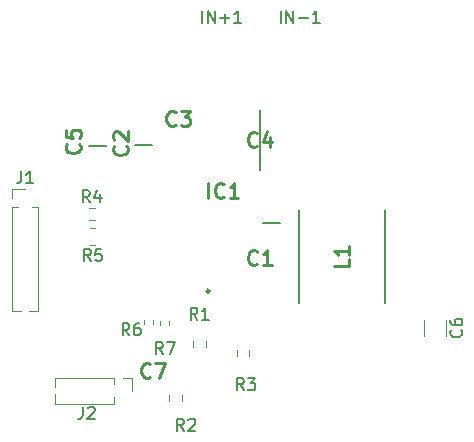
<source format=gbr>
%TF.GenerationSoftware,KiCad,Pcbnew,7.0.9-7.0.9~ubuntu22.04.1*%
%TF.CreationDate,2024-01-17T18:17:55+01:00*%
%TF.ProjectId,driver_seperate,64726976-6572-45f7-9365-706572617465,rev?*%
%TF.SameCoordinates,Original*%
%TF.FileFunction,Legend,Top*%
%TF.FilePolarity,Positive*%
%FSLAX46Y46*%
G04 Gerber Fmt 4.6, Leading zero omitted, Abs format (unit mm)*
G04 Created by KiCad (PCBNEW 7.0.9-7.0.9~ubuntu22.04.1) date 2024-01-17 18:17:55*
%MOMM*%
%LPD*%
G01*
G04 APERTURE LIST*
%ADD10C,0.150000*%
%ADD11C,0.254000*%
%ADD12C,0.120000*%
%ADD13C,0.200000*%
%ADD14C,0.250000*%
G04 APERTURE END LIST*
D10*
X175691580Y-106491066D02*
X175739200Y-106538685D01*
X175739200Y-106538685D02*
X175786819Y-106681542D01*
X175786819Y-106681542D02*
X175786819Y-106776780D01*
X175786819Y-106776780D02*
X175739200Y-106919637D01*
X175739200Y-106919637D02*
X175643961Y-107014875D01*
X175643961Y-107014875D02*
X175548723Y-107062494D01*
X175548723Y-107062494D02*
X175358247Y-107110113D01*
X175358247Y-107110113D02*
X175215390Y-107110113D01*
X175215390Y-107110113D02*
X175024914Y-107062494D01*
X175024914Y-107062494D02*
X174929676Y-107014875D01*
X174929676Y-107014875D02*
X174834438Y-106919637D01*
X174834438Y-106919637D02*
X174786819Y-106776780D01*
X174786819Y-106776780D02*
X174786819Y-106681542D01*
X174786819Y-106681542D02*
X174834438Y-106538685D01*
X174834438Y-106538685D02*
X174882057Y-106491066D01*
X174786819Y-105633923D02*
X174786819Y-105824399D01*
X174786819Y-105824399D02*
X174834438Y-105919637D01*
X174834438Y-105919637D02*
X174882057Y-105967256D01*
X174882057Y-105967256D02*
X175024914Y-106062494D01*
X175024914Y-106062494D02*
X175215390Y-106110113D01*
X175215390Y-106110113D02*
X175596342Y-106110113D01*
X175596342Y-106110113D02*
X175691580Y-106062494D01*
X175691580Y-106062494D02*
X175739200Y-106014875D01*
X175739200Y-106014875D02*
X175786819Y-105919637D01*
X175786819Y-105919637D02*
X175786819Y-105729161D01*
X175786819Y-105729161D02*
X175739200Y-105633923D01*
X175739200Y-105633923D02*
X175691580Y-105586304D01*
X175691580Y-105586304D02*
X175596342Y-105538685D01*
X175596342Y-105538685D02*
X175358247Y-105538685D01*
X175358247Y-105538685D02*
X175263009Y-105586304D01*
X175263009Y-105586304D02*
X175215390Y-105633923D01*
X175215390Y-105633923D02*
X175167771Y-105729161D01*
X175167771Y-105729161D02*
X175167771Y-105919637D01*
X175167771Y-105919637D02*
X175215390Y-106014875D01*
X175215390Y-106014875D02*
X175263009Y-106062494D01*
X175263009Y-106062494D02*
X175358247Y-106110113D01*
D11*
X158437333Y-90877365D02*
X158376857Y-90937842D01*
X158376857Y-90937842D02*
X158195428Y-90998318D01*
X158195428Y-90998318D02*
X158074476Y-90998318D01*
X158074476Y-90998318D02*
X157893047Y-90937842D01*
X157893047Y-90937842D02*
X157772095Y-90816889D01*
X157772095Y-90816889D02*
X157711618Y-90695937D01*
X157711618Y-90695937D02*
X157651142Y-90454032D01*
X157651142Y-90454032D02*
X157651142Y-90272603D01*
X157651142Y-90272603D02*
X157711618Y-90030699D01*
X157711618Y-90030699D02*
X157772095Y-89909746D01*
X157772095Y-89909746D02*
X157893047Y-89788794D01*
X157893047Y-89788794D02*
X158074476Y-89728318D01*
X158074476Y-89728318D02*
X158195428Y-89728318D01*
X158195428Y-89728318D02*
X158376857Y-89788794D01*
X158376857Y-89788794D02*
X158437333Y-89849270D01*
X159525904Y-90151651D02*
X159525904Y-90998318D01*
X159223523Y-89667842D02*
X158921142Y-90574984D01*
X158921142Y-90574984D02*
X159707333Y-90574984D01*
X147366965Y-90889666D02*
X147427442Y-90950142D01*
X147427442Y-90950142D02*
X147487918Y-91131571D01*
X147487918Y-91131571D02*
X147487918Y-91252523D01*
X147487918Y-91252523D02*
X147427442Y-91433952D01*
X147427442Y-91433952D02*
X147306489Y-91554904D01*
X147306489Y-91554904D02*
X147185537Y-91615381D01*
X147185537Y-91615381D02*
X146943632Y-91675857D01*
X146943632Y-91675857D02*
X146762203Y-91675857D01*
X146762203Y-91675857D02*
X146520299Y-91615381D01*
X146520299Y-91615381D02*
X146399346Y-91554904D01*
X146399346Y-91554904D02*
X146278394Y-91433952D01*
X146278394Y-91433952D02*
X146217918Y-91252523D01*
X146217918Y-91252523D02*
X146217918Y-91131571D01*
X146217918Y-91131571D02*
X146278394Y-90950142D01*
X146278394Y-90950142D02*
X146338870Y-90889666D01*
X146338870Y-90405857D02*
X146278394Y-90345381D01*
X146278394Y-90345381D02*
X146217918Y-90224428D01*
X146217918Y-90224428D02*
X146217918Y-89922047D01*
X146217918Y-89922047D02*
X146278394Y-89801095D01*
X146278394Y-89801095D02*
X146338870Y-89740619D01*
X146338870Y-89740619D02*
X146459822Y-89680142D01*
X146459822Y-89680142D02*
X146580775Y-89680142D01*
X146580775Y-89680142D02*
X146762203Y-89740619D01*
X146762203Y-89740619D02*
X147487918Y-90466333D01*
X147487918Y-90466333D02*
X147487918Y-89680142D01*
D10*
X152233333Y-115008819D02*
X151900000Y-114532628D01*
X151661905Y-115008819D02*
X151661905Y-114008819D01*
X151661905Y-114008819D02*
X152042857Y-114008819D01*
X152042857Y-114008819D02*
X152138095Y-114056438D01*
X152138095Y-114056438D02*
X152185714Y-114104057D01*
X152185714Y-114104057D02*
X152233333Y-114199295D01*
X152233333Y-114199295D02*
X152233333Y-114342152D01*
X152233333Y-114342152D02*
X152185714Y-114437390D01*
X152185714Y-114437390D02*
X152138095Y-114485009D01*
X152138095Y-114485009D02*
X152042857Y-114532628D01*
X152042857Y-114532628D02*
X151661905Y-114532628D01*
X152614286Y-114104057D02*
X152661905Y-114056438D01*
X152661905Y-114056438D02*
X152757143Y-114008819D01*
X152757143Y-114008819D02*
X152995238Y-114008819D01*
X152995238Y-114008819D02*
X153090476Y-114056438D01*
X153090476Y-114056438D02*
X153138095Y-114104057D01*
X153138095Y-114104057D02*
X153185714Y-114199295D01*
X153185714Y-114199295D02*
X153185714Y-114294533D01*
X153185714Y-114294533D02*
X153138095Y-114437390D01*
X153138095Y-114437390D02*
X152566667Y-115008819D01*
X152566667Y-115008819D02*
X153185714Y-115008819D01*
X144255833Y-95671819D02*
X143922500Y-95195628D01*
X143684405Y-95671819D02*
X143684405Y-94671819D01*
X143684405Y-94671819D02*
X144065357Y-94671819D01*
X144065357Y-94671819D02*
X144160595Y-94719438D01*
X144160595Y-94719438D02*
X144208214Y-94767057D01*
X144208214Y-94767057D02*
X144255833Y-94862295D01*
X144255833Y-94862295D02*
X144255833Y-95005152D01*
X144255833Y-95005152D02*
X144208214Y-95100390D01*
X144208214Y-95100390D02*
X144160595Y-95148009D01*
X144160595Y-95148009D02*
X144065357Y-95195628D01*
X144065357Y-95195628D02*
X143684405Y-95195628D01*
X145112976Y-95005152D02*
X145112976Y-95671819D01*
X144874881Y-94624200D02*
X144636786Y-95338485D01*
X144636786Y-95338485D02*
X145255833Y-95338485D01*
D11*
X166182318Y-100490866D02*
X166182318Y-101095628D01*
X166182318Y-101095628D02*
X164912318Y-101095628D01*
X166182318Y-99402294D02*
X166182318Y-100128009D01*
X166182318Y-99765152D02*
X164912318Y-99765152D01*
X164912318Y-99765152D02*
X165093746Y-99886104D01*
X165093746Y-99886104D02*
X165214699Y-100007056D01*
X165214699Y-100007056D02*
X165275175Y-100128009D01*
D10*
X160432953Y-80464819D02*
X160432953Y-79464819D01*
X160909143Y-80464819D02*
X160909143Y-79464819D01*
X160909143Y-79464819D02*
X161480571Y-80464819D01*
X161480571Y-80464819D02*
X161480571Y-79464819D01*
X161956762Y-80083866D02*
X162718667Y-80083866D01*
X163718666Y-80464819D02*
X163147238Y-80464819D01*
X163432952Y-80464819D02*
X163432952Y-79464819D01*
X163432952Y-79464819D02*
X163337714Y-79607676D01*
X163337714Y-79607676D02*
X163242476Y-79702914D01*
X163242476Y-79702914D02*
X163147238Y-79750533D01*
D11*
X149394333Y-110435365D02*
X149333857Y-110495842D01*
X149333857Y-110495842D02*
X149152428Y-110556318D01*
X149152428Y-110556318D02*
X149031476Y-110556318D01*
X149031476Y-110556318D02*
X148850047Y-110495842D01*
X148850047Y-110495842D02*
X148729095Y-110374889D01*
X148729095Y-110374889D02*
X148668618Y-110253937D01*
X148668618Y-110253937D02*
X148608142Y-110012032D01*
X148608142Y-110012032D02*
X148608142Y-109830603D01*
X148608142Y-109830603D02*
X148668618Y-109588699D01*
X148668618Y-109588699D02*
X148729095Y-109467746D01*
X148729095Y-109467746D02*
X148850047Y-109346794D01*
X148850047Y-109346794D02*
X149031476Y-109286318D01*
X149031476Y-109286318D02*
X149152428Y-109286318D01*
X149152428Y-109286318D02*
X149333857Y-109346794D01*
X149333857Y-109346794D02*
X149394333Y-109407270D01*
X149817666Y-109286318D02*
X150664333Y-109286318D01*
X150664333Y-109286318D02*
X150120047Y-110556318D01*
D10*
X144343333Y-100656819D02*
X144010000Y-100180628D01*
X143771905Y-100656819D02*
X143771905Y-99656819D01*
X143771905Y-99656819D02*
X144152857Y-99656819D01*
X144152857Y-99656819D02*
X144248095Y-99704438D01*
X144248095Y-99704438D02*
X144295714Y-99752057D01*
X144295714Y-99752057D02*
X144343333Y-99847295D01*
X144343333Y-99847295D02*
X144343333Y-99990152D01*
X144343333Y-99990152D02*
X144295714Y-100085390D01*
X144295714Y-100085390D02*
X144248095Y-100133009D01*
X144248095Y-100133009D02*
X144152857Y-100180628D01*
X144152857Y-100180628D02*
X143771905Y-100180628D01*
X145248095Y-99656819D02*
X144771905Y-99656819D01*
X144771905Y-99656819D02*
X144724286Y-100133009D01*
X144724286Y-100133009D02*
X144771905Y-100085390D01*
X144771905Y-100085390D02*
X144867143Y-100037771D01*
X144867143Y-100037771D02*
X145105238Y-100037771D01*
X145105238Y-100037771D02*
X145200476Y-100085390D01*
X145200476Y-100085390D02*
X145248095Y-100133009D01*
X145248095Y-100133009D02*
X145295714Y-100228247D01*
X145295714Y-100228247D02*
X145295714Y-100466342D01*
X145295714Y-100466342D02*
X145248095Y-100561580D01*
X145248095Y-100561580D02*
X145200476Y-100609200D01*
X145200476Y-100609200D02*
X145105238Y-100656819D01*
X145105238Y-100656819D02*
X144867143Y-100656819D01*
X144867143Y-100656819D02*
X144771905Y-100609200D01*
X144771905Y-100609200D02*
X144724286Y-100561580D01*
D11*
X143353765Y-90737266D02*
X143414242Y-90797742D01*
X143414242Y-90797742D02*
X143474718Y-90979171D01*
X143474718Y-90979171D02*
X143474718Y-91100123D01*
X143474718Y-91100123D02*
X143414242Y-91281552D01*
X143414242Y-91281552D02*
X143293289Y-91402504D01*
X143293289Y-91402504D02*
X143172337Y-91462981D01*
X143172337Y-91462981D02*
X142930432Y-91523457D01*
X142930432Y-91523457D02*
X142749003Y-91523457D01*
X142749003Y-91523457D02*
X142507099Y-91462981D01*
X142507099Y-91462981D02*
X142386146Y-91402504D01*
X142386146Y-91402504D02*
X142265194Y-91281552D01*
X142265194Y-91281552D02*
X142204718Y-91100123D01*
X142204718Y-91100123D02*
X142204718Y-90979171D01*
X142204718Y-90979171D02*
X142265194Y-90797742D01*
X142265194Y-90797742D02*
X142325670Y-90737266D01*
X142204718Y-89588219D02*
X142204718Y-90192981D01*
X142204718Y-90192981D02*
X142809480Y-90253457D01*
X142809480Y-90253457D02*
X142749003Y-90192981D01*
X142749003Y-90192981D02*
X142688527Y-90072028D01*
X142688527Y-90072028D02*
X142688527Y-89769647D01*
X142688527Y-89769647D02*
X142749003Y-89648695D01*
X142749003Y-89648695D02*
X142809480Y-89588219D01*
X142809480Y-89588219D02*
X142930432Y-89527742D01*
X142930432Y-89527742D02*
X143232813Y-89527742D01*
X143232813Y-89527742D02*
X143353765Y-89588219D01*
X143353765Y-89588219D02*
X143414242Y-89648695D01*
X143414242Y-89648695D02*
X143474718Y-89769647D01*
X143474718Y-89769647D02*
X143474718Y-90072028D01*
X143474718Y-90072028D02*
X143414242Y-90192981D01*
X143414242Y-90192981D02*
X143353765Y-90253457D01*
D10*
X138452266Y-93060619D02*
X138452266Y-93774904D01*
X138452266Y-93774904D02*
X138404647Y-93917761D01*
X138404647Y-93917761D02*
X138309409Y-94013000D01*
X138309409Y-94013000D02*
X138166552Y-94060619D01*
X138166552Y-94060619D02*
X138071314Y-94060619D01*
X139452266Y-94060619D02*
X138880838Y-94060619D01*
X139166552Y-94060619D02*
X139166552Y-93060619D01*
X139166552Y-93060619D02*
X139071314Y-93203476D01*
X139071314Y-93203476D02*
X138976076Y-93298714D01*
X138976076Y-93298714D02*
X138880838Y-93346333D01*
X147610533Y-106931619D02*
X147277200Y-106455428D01*
X147039105Y-106931619D02*
X147039105Y-105931619D01*
X147039105Y-105931619D02*
X147420057Y-105931619D01*
X147420057Y-105931619D02*
X147515295Y-105979238D01*
X147515295Y-105979238D02*
X147562914Y-106026857D01*
X147562914Y-106026857D02*
X147610533Y-106122095D01*
X147610533Y-106122095D02*
X147610533Y-106264952D01*
X147610533Y-106264952D02*
X147562914Y-106360190D01*
X147562914Y-106360190D02*
X147515295Y-106407809D01*
X147515295Y-106407809D02*
X147420057Y-106455428D01*
X147420057Y-106455428D02*
X147039105Y-106455428D01*
X148467676Y-105931619D02*
X148277200Y-105931619D01*
X148277200Y-105931619D02*
X148181962Y-105979238D01*
X148181962Y-105979238D02*
X148134343Y-106026857D01*
X148134343Y-106026857D02*
X148039105Y-106169714D01*
X148039105Y-106169714D02*
X147991486Y-106360190D01*
X147991486Y-106360190D02*
X147991486Y-106741142D01*
X147991486Y-106741142D02*
X148039105Y-106836380D01*
X148039105Y-106836380D02*
X148086724Y-106884000D01*
X148086724Y-106884000D02*
X148181962Y-106931619D01*
X148181962Y-106931619D02*
X148372438Y-106931619D01*
X148372438Y-106931619D02*
X148467676Y-106884000D01*
X148467676Y-106884000D02*
X148515295Y-106836380D01*
X148515295Y-106836380D02*
X148562914Y-106741142D01*
X148562914Y-106741142D02*
X148562914Y-106503047D01*
X148562914Y-106503047D02*
X148515295Y-106407809D01*
X148515295Y-106407809D02*
X148467676Y-106360190D01*
X148467676Y-106360190D02*
X148372438Y-106312571D01*
X148372438Y-106312571D02*
X148181962Y-106312571D01*
X148181962Y-106312571D02*
X148086724Y-106360190D01*
X148086724Y-106360190D02*
X148039105Y-106407809D01*
X148039105Y-106407809D02*
X147991486Y-106503047D01*
D11*
X158436733Y-100884965D02*
X158376257Y-100945442D01*
X158376257Y-100945442D02*
X158194828Y-101005918D01*
X158194828Y-101005918D02*
X158073876Y-101005918D01*
X158073876Y-101005918D02*
X157892447Y-100945442D01*
X157892447Y-100945442D02*
X157771495Y-100824489D01*
X157771495Y-100824489D02*
X157711018Y-100703537D01*
X157711018Y-100703537D02*
X157650542Y-100461632D01*
X157650542Y-100461632D02*
X157650542Y-100280203D01*
X157650542Y-100280203D02*
X157711018Y-100038299D01*
X157711018Y-100038299D02*
X157771495Y-99917346D01*
X157771495Y-99917346D02*
X157892447Y-99796394D01*
X157892447Y-99796394D02*
X158073876Y-99735918D01*
X158073876Y-99735918D02*
X158194828Y-99735918D01*
X158194828Y-99735918D02*
X158376257Y-99796394D01*
X158376257Y-99796394D02*
X158436733Y-99856870D01*
X159646257Y-101005918D02*
X158920542Y-101005918D01*
X159283399Y-101005918D02*
X159283399Y-99735918D01*
X159283399Y-99735918D02*
X159162447Y-99917346D01*
X159162447Y-99917346D02*
X159041495Y-100038299D01*
X159041495Y-100038299D02*
X158920542Y-100098775D01*
D10*
X157313333Y-111579819D02*
X156980000Y-111103628D01*
X156741905Y-111579819D02*
X156741905Y-110579819D01*
X156741905Y-110579819D02*
X157122857Y-110579819D01*
X157122857Y-110579819D02*
X157218095Y-110627438D01*
X157218095Y-110627438D02*
X157265714Y-110675057D01*
X157265714Y-110675057D02*
X157313333Y-110770295D01*
X157313333Y-110770295D02*
X157313333Y-110913152D01*
X157313333Y-110913152D02*
X157265714Y-111008390D01*
X157265714Y-111008390D02*
X157218095Y-111056009D01*
X157218095Y-111056009D02*
X157122857Y-111103628D01*
X157122857Y-111103628D02*
X156741905Y-111103628D01*
X157646667Y-110579819D02*
X158265714Y-110579819D01*
X158265714Y-110579819D02*
X157932381Y-110960771D01*
X157932381Y-110960771D02*
X158075238Y-110960771D01*
X158075238Y-110960771D02*
X158170476Y-111008390D01*
X158170476Y-111008390D02*
X158218095Y-111056009D01*
X158218095Y-111056009D02*
X158265714Y-111151247D01*
X158265714Y-111151247D02*
X158265714Y-111389342D01*
X158265714Y-111389342D02*
X158218095Y-111484580D01*
X158218095Y-111484580D02*
X158170476Y-111532200D01*
X158170476Y-111532200D02*
X158075238Y-111579819D01*
X158075238Y-111579819D02*
X157789524Y-111579819D01*
X157789524Y-111579819D02*
X157694286Y-111532200D01*
X157694286Y-111532200D02*
X157646667Y-111484580D01*
X153376333Y-105610819D02*
X153043000Y-105134628D01*
X152804905Y-105610819D02*
X152804905Y-104610819D01*
X152804905Y-104610819D02*
X153185857Y-104610819D01*
X153185857Y-104610819D02*
X153281095Y-104658438D01*
X153281095Y-104658438D02*
X153328714Y-104706057D01*
X153328714Y-104706057D02*
X153376333Y-104801295D01*
X153376333Y-104801295D02*
X153376333Y-104944152D01*
X153376333Y-104944152D02*
X153328714Y-105039390D01*
X153328714Y-105039390D02*
X153281095Y-105087009D01*
X153281095Y-105087009D02*
X153185857Y-105134628D01*
X153185857Y-105134628D02*
X152804905Y-105134628D01*
X154328714Y-105610819D02*
X153757286Y-105610819D01*
X154043000Y-105610819D02*
X154043000Y-104610819D01*
X154043000Y-104610819D02*
X153947762Y-104753676D01*
X153947762Y-104753676D02*
X153852524Y-104848914D01*
X153852524Y-104848914D02*
X153757286Y-104896533D01*
X153778153Y-80464819D02*
X153778153Y-79464819D01*
X154254343Y-80464819D02*
X154254343Y-79464819D01*
X154254343Y-79464819D02*
X154825771Y-80464819D01*
X154825771Y-80464819D02*
X154825771Y-79464819D01*
X155301962Y-80083866D02*
X156063867Y-80083866D01*
X155682914Y-80464819D02*
X155682914Y-79702914D01*
X157063866Y-80464819D02*
X156492438Y-80464819D01*
X156778152Y-80464819D02*
X156778152Y-79464819D01*
X156778152Y-79464819D02*
X156682914Y-79607676D01*
X156682914Y-79607676D02*
X156587676Y-79702914D01*
X156587676Y-79702914D02*
X156492438Y-79750533D01*
X150455333Y-108531819D02*
X150122000Y-108055628D01*
X149883905Y-108531819D02*
X149883905Y-107531819D01*
X149883905Y-107531819D02*
X150264857Y-107531819D01*
X150264857Y-107531819D02*
X150360095Y-107579438D01*
X150360095Y-107579438D02*
X150407714Y-107627057D01*
X150407714Y-107627057D02*
X150455333Y-107722295D01*
X150455333Y-107722295D02*
X150455333Y-107865152D01*
X150455333Y-107865152D02*
X150407714Y-107960390D01*
X150407714Y-107960390D02*
X150360095Y-108008009D01*
X150360095Y-108008009D02*
X150264857Y-108055628D01*
X150264857Y-108055628D02*
X149883905Y-108055628D01*
X150788667Y-107531819D02*
X151455333Y-107531819D01*
X151455333Y-107531819D02*
X151026762Y-108531819D01*
X143684666Y-112992819D02*
X143684666Y-113707104D01*
X143684666Y-113707104D02*
X143637047Y-113849961D01*
X143637047Y-113849961D02*
X143541809Y-113945200D01*
X143541809Y-113945200D02*
X143398952Y-113992819D01*
X143398952Y-113992819D02*
X143303714Y-113992819D01*
X144113238Y-113088057D02*
X144160857Y-113040438D01*
X144160857Y-113040438D02*
X144256095Y-112992819D01*
X144256095Y-112992819D02*
X144494190Y-112992819D01*
X144494190Y-112992819D02*
X144589428Y-113040438D01*
X144589428Y-113040438D02*
X144637047Y-113088057D01*
X144637047Y-113088057D02*
X144684666Y-113183295D01*
X144684666Y-113183295D02*
X144684666Y-113278533D01*
X144684666Y-113278533D02*
X144637047Y-113421390D01*
X144637047Y-113421390D02*
X144065619Y-113992819D01*
X144065619Y-113992819D02*
X144684666Y-113992819D01*
D11*
X151527933Y-89099365D02*
X151467457Y-89159842D01*
X151467457Y-89159842D02*
X151286028Y-89220318D01*
X151286028Y-89220318D02*
X151165076Y-89220318D01*
X151165076Y-89220318D02*
X150983647Y-89159842D01*
X150983647Y-89159842D02*
X150862695Y-89038889D01*
X150862695Y-89038889D02*
X150802218Y-88917937D01*
X150802218Y-88917937D02*
X150741742Y-88676032D01*
X150741742Y-88676032D02*
X150741742Y-88494603D01*
X150741742Y-88494603D02*
X150802218Y-88252699D01*
X150802218Y-88252699D02*
X150862695Y-88131746D01*
X150862695Y-88131746D02*
X150983647Y-88010794D01*
X150983647Y-88010794D02*
X151165076Y-87950318D01*
X151165076Y-87950318D02*
X151286028Y-87950318D01*
X151286028Y-87950318D02*
X151467457Y-88010794D01*
X151467457Y-88010794D02*
X151527933Y-88071270D01*
X151951266Y-87950318D02*
X152737457Y-87950318D01*
X152737457Y-87950318D02*
X152314123Y-88434127D01*
X152314123Y-88434127D02*
X152495552Y-88434127D01*
X152495552Y-88434127D02*
X152616504Y-88494603D01*
X152616504Y-88494603D02*
X152676980Y-88555080D01*
X152676980Y-88555080D02*
X152737457Y-88676032D01*
X152737457Y-88676032D02*
X152737457Y-88978413D01*
X152737457Y-88978413D02*
X152676980Y-89099365D01*
X152676980Y-89099365D02*
X152616504Y-89159842D01*
X152616504Y-89159842D02*
X152495552Y-89220318D01*
X152495552Y-89220318D02*
X152132695Y-89220318D01*
X152132695Y-89220318D02*
X152011742Y-89159842D01*
X152011742Y-89159842D02*
X151951266Y-89099365D01*
X154309837Y-95316318D02*
X154309837Y-94046318D01*
X155640314Y-95195365D02*
X155579838Y-95255842D01*
X155579838Y-95255842D02*
X155398409Y-95316318D01*
X155398409Y-95316318D02*
X155277457Y-95316318D01*
X155277457Y-95316318D02*
X155096028Y-95255842D01*
X155096028Y-95255842D02*
X154975076Y-95134889D01*
X154975076Y-95134889D02*
X154914599Y-95013937D01*
X154914599Y-95013937D02*
X154854123Y-94772032D01*
X154854123Y-94772032D02*
X154854123Y-94590603D01*
X154854123Y-94590603D02*
X154914599Y-94348699D01*
X154914599Y-94348699D02*
X154975076Y-94227746D01*
X154975076Y-94227746D02*
X155096028Y-94106794D01*
X155096028Y-94106794D02*
X155277457Y-94046318D01*
X155277457Y-94046318D02*
X155398409Y-94046318D01*
X155398409Y-94046318D02*
X155579838Y-94106794D01*
X155579838Y-94106794D02*
X155640314Y-94167270D01*
X156849838Y-95316318D02*
X156124123Y-95316318D01*
X156486980Y-95316318D02*
X156486980Y-94046318D01*
X156486980Y-94046318D02*
X156366028Y-94227746D01*
X156366028Y-94227746D02*
X156245076Y-94348699D01*
X156245076Y-94348699D02*
X156124123Y-94409175D01*
D12*
%TO.C,C6*%
X174392000Y-105613148D02*
X174392000Y-107035652D01*
X172572000Y-105613148D02*
X172572000Y-107035652D01*
D13*
%TO.C,C4*%
X158649000Y-87874000D02*
X158649000Y-92974000D01*
%TO.C,C2*%
X148094400Y-90861800D02*
X149494400Y-90861800D01*
D12*
%TO.C,R2*%
X152033500Y-112013276D02*
X152033500Y-112522724D01*
X150988500Y-112013276D02*
X150988500Y-112522724D01*
%TO.C,R4*%
X144167776Y-96124500D02*
X144677224Y-96124500D01*
X144167776Y-97169500D02*
X144677224Y-97169500D01*
D13*
%TO.C,L1*%
X161958000Y-96329200D02*
X161958000Y-104229200D01*
X169258000Y-104229200D02*
X169258000Y-96329200D01*
D12*
%TO.C,R5*%
X144737064Y-99287000D02*
X144282936Y-99287000D01*
X144737064Y-97817000D02*
X144282936Y-97817000D01*
D13*
%TO.C,C5*%
X144233600Y-90906600D02*
X145633600Y-90906600D01*
D12*
%TO.C,J1*%
X137675600Y-94540800D02*
X138785600Y-94540800D01*
X137675600Y-95300800D02*
X137675600Y-94540800D01*
X137675600Y-96060800D02*
X137675600Y-104885800D01*
X137675600Y-96060800D02*
X138222129Y-96060800D01*
X137675600Y-104885800D02*
X138478070Y-104885800D01*
X139093130Y-104885800D02*
X139895600Y-104885800D01*
X139349071Y-96060800D02*
X139895600Y-96060800D01*
X139895600Y-96060800D02*
X139895600Y-104885800D01*
%TO.C,R6*%
X149605000Y-105623379D02*
X149605000Y-105958621D01*
X148845000Y-105623379D02*
X148845000Y-105958621D01*
D13*
%TO.C,C1*%
X160339000Y-97409000D02*
X158939000Y-97409000D01*
D12*
%TO.C,R3*%
X156703500Y-108712724D02*
X156703500Y-108203276D01*
X157748500Y-108712724D02*
X157748500Y-108203276D01*
%TO.C,R1*%
X153020500Y-107950724D02*
X153020500Y-107441276D01*
X154065500Y-107950724D02*
X154065500Y-107441276D01*
%TO.C,R7*%
X151002000Y-105750379D02*
X151002000Y-106085621D01*
X150242000Y-105750379D02*
X150242000Y-106085621D01*
%TO.C,J2*%
X147826000Y-110523000D02*
X147826000Y-111633000D01*
X147066000Y-110523000D02*
X147826000Y-110523000D01*
X146306000Y-110523000D02*
X141291000Y-110523000D01*
X146306000Y-110523000D02*
X146306000Y-111069529D01*
X141291000Y-110523000D02*
X141291000Y-111325470D01*
X141291000Y-111940530D02*
X141291000Y-112743000D01*
X146306000Y-112196471D02*
X146306000Y-112743000D01*
X146306000Y-112743000D02*
X141291000Y-112743000D01*
D14*
%TO.C,IC1*%
X154409000Y-103195000D02*
G75*
G03*
X154409000Y-103195000I-125000J0D01*
G01*
%TD*%
M02*

</source>
